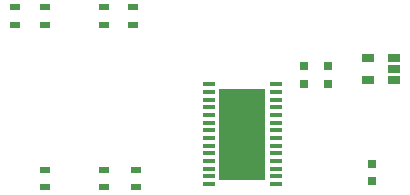
<source format=gbp>
G04 #@! TF.GenerationSoftware,KiCad,Pcbnew,(5.1.9)-1*
G04 #@! TF.CreationDate,2021-02-21T14:12:26-05:00*
G04 #@! TF.ProjectId,Dash_Warning_Panel,44617368-5f57-4617-926e-696e675f5061,rev?*
G04 #@! TF.SameCoordinates,Original*
G04 #@! TF.FileFunction,Paste,Bot*
G04 #@! TF.FilePolarity,Positive*
%FSLAX46Y46*%
G04 Gerber Fmt 4.6, Leading zero omitted, Abs format (unit mm)*
G04 Created by KiCad (PCBNEW (5.1.9)-1) date 2021-02-21 14:12:26*
%MOMM*%
%LPD*%
G01*
G04 APERTURE LIST*
%ADD10R,1.100000X0.400000*%
%ADD11R,4.000000X4.000000*%
%ADD12R,0.750000X0.800000*%
%ADD13R,0.900000X0.500000*%
%ADD14R,1.060000X0.650000*%
G04 APERTURE END LIST*
D10*
X196150000Y-123275000D03*
X196150000Y-123925000D03*
X196150000Y-124575000D03*
X196150000Y-125225000D03*
X196150000Y-125875000D03*
X196150000Y-126525000D03*
X196150000Y-127175000D03*
X196150000Y-127825000D03*
X196150000Y-128475000D03*
X196150000Y-129125000D03*
X196150000Y-129775000D03*
X196150000Y-130425000D03*
X196150000Y-131075000D03*
X196150000Y-131725000D03*
X201850000Y-131725000D03*
X201850000Y-131075000D03*
X201850000Y-130425000D03*
X201850000Y-129775000D03*
X201850000Y-129125000D03*
X201850000Y-128475000D03*
X201850000Y-127825000D03*
X201850000Y-127175000D03*
X201850000Y-126525000D03*
X201850000Y-125875000D03*
X201850000Y-125225000D03*
X201850000Y-124575000D03*
X201850000Y-123925000D03*
X201850000Y-123275000D03*
D11*
X199000000Y-125595000D03*
X199000000Y-129405000D03*
D12*
X210000000Y-131500000D03*
X210000000Y-130000000D03*
X206250000Y-121750000D03*
X206250000Y-123250000D03*
X204250000Y-123250000D03*
X204250000Y-121750000D03*
D13*
X182250000Y-118250000D03*
X182250000Y-116750000D03*
X179750000Y-118250000D03*
X179750000Y-116750000D03*
X182250000Y-130500000D03*
X182250000Y-132000000D03*
X187250000Y-132000000D03*
X187250000Y-130500000D03*
X190000000Y-130500000D03*
X190000000Y-132000000D03*
X187250000Y-118250000D03*
X187250000Y-116750000D03*
X189750000Y-116750000D03*
X189750000Y-118250000D03*
D14*
X209650000Y-121050000D03*
X209650000Y-122950000D03*
X211850000Y-122950000D03*
X211850000Y-122000000D03*
X211850000Y-121050000D03*
M02*

</source>
